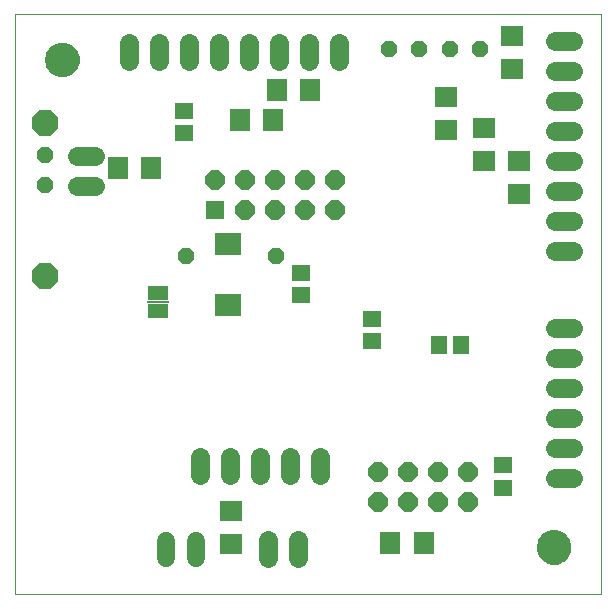
<source format=gbs>
G75*
G70*
%OFA0B0*%
%FSLAX24Y24*%
%IPPOS*%
%LPD*%
%AMOC8*
5,1,8,0,0,1.08239X$1,22.5*
%
%ADD10C,0.0000*%
%ADD11OC8,0.0560*%
%ADD12C,0.0640*%
%ADD13C,0.0600*%
%ADD14R,0.0749X0.0670*%
%ADD15C,0.1142*%
%ADD16OC8,0.0640*%
%ADD17R,0.0640X0.0640*%
%ADD18R,0.0631X0.0552*%
%ADD19R,0.0670X0.0750*%
%ADD20R,0.0552X0.0631*%
%ADD21R,0.0906X0.0749*%
%ADD22R,0.0670X0.0500*%
%ADD23R,0.0720X0.0060*%
%ADD24R,0.0670X0.0749*%
%ADD25OC8,0.0890*%
D10*
X000101Y000110D02*
X000101Y019462D01*
X019650Y019462D01*
X019650Y000110D01*
X000101Y000110D01*
X017519Y001681D02*
X017521Y001728D01*
X017527Y001774D01*
X017537Y001820D01*
X017550Y001865D01*
X017568Y001908D01*
X017589Y001950D01*
X017613Y001990D01*
X017641Y002027D01*
X017672Y002062D01*
X017706Y002095D01*
X017742Y002124D01*
X017781Y002150D01*
X017822Y002173D01*
X017865Y002192D01*
X017909Y002208D01*
X017954Y002220D01*
X018000Y002228D01*
X018047Y002232D01*
X018093Y002232D01*
X018140Y002228D01*
X018186Y002220D01*
X018231Y002208D01*
X018275Y002192D01*
X018318Y002173D01*
X018359Y002150D01*
X018398Y002124D01*
X018434Y002095D01*
X018468Y002062D01*
X018499Y002027D01*
X018527Y001990D01*
X018551Y001950D01*
X018572Y001908D01*
X018590Y001865D01*
X018603Y001820D01*
X018613Y001774D01*
X018619Y001728D01*
X018621Y001681D01*
X018619Y001634D01*
X018613Y001588D01*
X018603Y001542D01*
X018590Y001497D01*
X018572Y001454D01*
X018551Y001412D01*
X018527Y001372D01*
X018499Y001335D01*
X018468Y001300D01*
X018434Y001267D01*
X018398Y001238D01*
X018359Y001212D01*
X018318Y001189D01*
X018275Y001170D01*
X018231Y001154D01*
X018186Y001142D01*
X018140Y001134D01*
X018093Y001130D01*
X018047Y001130D01*
X018000Y001134D01*
X017954Y001142D01*
X017909Y001154D01*
X017865Y001170D01*
X017822Y001189D01*
X017781Y001212D01*
X017742Y001238D01*
X017706Y001267D01*
X017672Y001300D01*
X017641Y001335D01*
X017613Y001372D01*
X017589Y001412D01*
X017568Y001454D01*
X017550Y001497D01*
X017537Y001542D01*
X017527Y001588D01*
X017521Y001634D01*
X017519Y001681D01*
X001141Y017941D02*
X001143Y017988D01*
X001149Y018034D01*
X001159Y018080D01*
X001172Y018125D01*
X001190Y018168D01*
X001211Y018210D01*
X001235Y018250D01*
X001263Y018287D01*
X001294Y018322D01*
X001328Y018355D01*
X001364Y018384D01*
X001403Y018410D01*
X001444Y018433D01*
X001487Y018452D01*
X001531Y018468D01*
X001576Y018480D01*
X001622Y018488D01*
X001669Y018492D01*
X001715Y018492D01*
X001762Y018488D01*
X001808Y018480D01*
X001853Y018468D01*
X001897Y018452D01*
X001940Y018433D01*
X001981Y018410D01*
X002020Y018384D01*
X002056Y018355D01*
X002090Y018322D01*
X002121Y018287D01*
X002149Y018250D01*
X002173Y018210D01*
X002194Y018168D01*
X002212Y018125D01*
X002225Y018080D01*
X002235Y018034D01*
X002241Y017988D01*
X002243Y017941D01*
X002241Y017894D01*
X002235Y017848D01*
X002225Y017802D01*
X002212Y017757D01*
X002194Y017714D01*
X002173Y017672D01*
X002149Y017632D01*
X002121Y017595D01*
X002090Y017560D01*
X002056Y017527D01*
X002020Y017498D01*
X001981Y017472D01*
X001940Y017449D01*
X001897Y017430D01*
X001853Y017414D01*
X001808Y017402D01*
X001762Y017394D01*
X001715Y017390D01*
X001669Y017390D01*
X001622Y017394D01*
X001576Y017402D01*
X001531Y017414D01*
X001487Y017430D01*
X001444Y017449D01*
X001403Y017472D01*
X001364Y017498D01*
X001328Y017527D01*
X001294Y017560D01*
X001263Y017595D01*
X001235Y017632D01*
X001211Y017672D01*
X001190Y017714D01*
X001172Y017757D01*
X001159Y017802D01*
X001149Y017848D01*
X001143Y017894D01*
X001141Y017941D01*
D11*
X001123Y014746D03*
X001123Y013746D03*
X005820Y011398D03*
X008820Y011398D03*
X012569Y018283D03*
X013569Y018283D03*
X014618Y018293D03*
X015618Y018293D03*
D12*
X018124Y018567D02*
X018724Y018567D01*
X018724Y017567D02*
X018124Y017567D01*
X018124Y016567D02*
X018724Y016567D01*
X018724Y015567D02*
X018124Y015567D01*
X018124Y014567D02*
X018724Y014567D01*
X018724Y013567D02*
X018124Y013567D01*
X018124Y012567D02*
X018724Y012567D01*
X018724Y011567D02*
X018124Y011567D01*
X018124Y008992D02*
X018724Y008992D01*
X018724Y007992D02*
X018124Y007992D01*
X018124Y007000D02*
X018724Y007000D01*
X018724Y006000D02*
X018124Y006000D01*
X018124Y005000D02*
X018724Y005000D01*
X018724Y004000D02*
X018124Y004000D01*
X010267Y004098D02*
X010267Y004698D01*
X009267Y004698D02*
X009267Y004098D01*
X008267Y004098D02*
X008267Y004698D01*
X007267Y004698D02*
X007267Y004098D01*
X006267Y004098D02*
X006267Y004698D01*
X008560Y001922D02*
X008560Y001322D01*
X009560Y001322D02*
X009560Y001922D01*
X002779Y013740D02*
X002179Y013740D01*
X002179Y014740D02*
X002779Y014740D01*
X003901Y017877D02*
X003901Y018477D01*
X004901Y018477D02*
X004901Y017877D01*
X005901Y017877D02*
X005901Y018477D01*
X006901Y018477D02*
X006901Y017877D01*
X007901Y017877D02*
X007901Y018477D01*
X008901Y018477D02*
X008901Y017877D01*
X009901Y017877D02*
X009901Y018477D01*
X010901Y018477D02*
X010901Y017877D01*
D13*
X006129Y001883D02*
X006129Y001323D01*
X005129Y001323D02*
X005129Y001883D01*
D14*
X007322Y001799D03*
X007322Y002902D03*
X016928Y013453D03*
X016928Y014555D03*
X015747Y014555D03*
X015747Y015658D03*
X014487Y015579D03*
X014487Y016681D03*
X016692Y017626D03*
X016692Y018729D03*
D15*
X001692Y017941D03*
X018070Y001681D03*
D16*
X015200Y003189D03*
X015200Y004189D03*
X014200Y004189D03*
X014200Y003189D03*
X013200Y003189D03*
X013200Y004189D03*
X012200Y004189D03*
X012200Y003189D03*
X010779Y012914D03*
X009779Y012914D03*
X008779Y012914D03*
X007779Y012914D03*
X007779Y013914D03*
X008779Y013914D03*
X009779Y013914D03*
X010779Y013914D03*
X006779Y013914D03*
D17*
X006779Y012914D03*
D18*
X005747Y015480D03*
X005747Y016229D03*
X009645Y010835D03*
X009645Y010087D03*
X012007Y009299D03*
X012007Y008551D03*
X016377Y004417D03*
X016377Y003669D03*
D19*
X013748Y001839D03*
X012628Y001839D03*
D20*
X014231Y008414D03*
X014979Y008414D03*
D21*
X007204Y009772D03*
X007204Y011780D03*
D22*
X004881Y010170D03*
X004881Y009570D03*
D23*
X004881Y009870D03*
D24*
X004645Y014319D03*
X003542Y014319D03*
X007597Y015933D03*
X008700Y015933D03*
X008857Y016917D03*
X009960Y016917D03*
D25*
X001101Y015815D03*
X001101Y010736D03*
M02*

</source>
